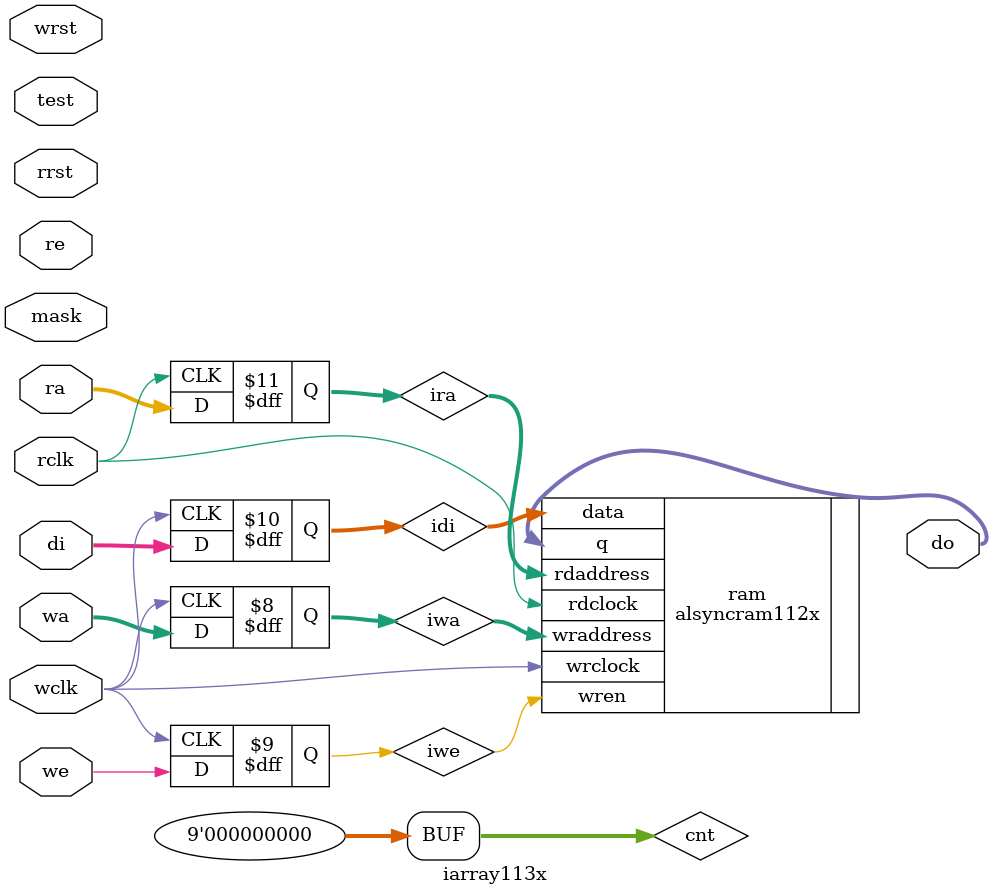
<source format=v>

(* keep_hierarchy = "yes" *) module iarray113x
    (
     wrst,
     wclk,
     wa,
     we,
     di,

     rrst,
     rclk,
     ra,
     re,
     do,
     
     test,
     mask
     );

parameter ADDRBIT = 9;
parameter DEPTH   = 512;
parameter WIDTH   = 32;
parameter TYPE = "AUTO";        //This parameter is for synthesis only (Do not remove)
parameter MAXDEPTH = 0;
parameter MEM_RESET = "OFF";
parameter NUMCLK = 1;// 1 is one clock domain, 2 is two clock domain
parameter NCLK = 2;// 2: use ram2clk, 1: use ram 1clk + pp output  

input               wrst;
input               wclk;
input [ADDRBIT-1:0] wa;     // @+wclk
input               we;     // @+wclk
input [WIDTH-1:0]   di;     // @+wclk

input               rrst;
input               rclk;
input [ADDRBIT-1:0] ra;     // @+rclk
input               re;
output [WIDTH-1:0]  do;     // @+rclk

input               test;
input               mask;

reg [ADDRBIT-1:0]   iwa = {ADDRBIT{1'b0}};    // @+wclk
reg                 iwe = 1'b0;    // @+wclk
reg [WIDTH-1:0]     idi = {WIDTH{1'b0}};    // @+wclk

reg [ADDRBIT-1:0]   ira = {ADDRBIT{1'b0}};    // @+wclk

reg [ADDRBIT-1:0]   cnt = {ADDRBIT{1'b0}};

//wrapping logics
//write port
generate
if (MEM_RESET == "ON")
    begin: on_reset
    (* KEEP = "true" *) reg array_reset_ccxxx = 1'b0;
    
always @ (posedge wclk)
    begin
    if (wrst)   array_reset_ccxxx <= 1'b1;
    else        array_reset_ccxxx <= 1'b0;
    end

always @ (posedge wclk)
    if (array_reset_ccxxx)
        begin
        cnt <= cnt + 1'b1;      
        iwa <= cnt;
        iwe <= 1'b1;
        idi <= {WIDTH{1'b0}};
        end
    else
        begin
        cnt <= {ADDRBIT{1'b0}};
        iwa <= wa;
        iwe <= we;
        idi <= di;
        end
    end
else
    begin: off_reset
always @ (posedge wclk)
        begin
        iwe <= we;
        iwa <= wa;
        idi <= di;
        end
    end
endgenerate

//read port
always @ (posedge rclk) ira <= ra;

// Memory instant
`ifdef  RTL_SIMULATION
wire [WIDTH-1:0]    ido;
reg                 ire = {1{1'b0}};
reg [WIDTH-1:0]     do = {WIDTH{1'b0}};     // @+rdclk
always @ (posedge rclk)  
    begin
    ire <= re;
    do <= ido;
    end
iramrwpx #(ADDRBIT,DEPTH,WIDTH) ram (wclk,iwa,iwe,idi,rclk,ira,ire,ido,test,mask);

`else
alsyncram112x #(ADDRBIT,DEPTH,WIDTH,TYPE, MAXDEPTH, NUMCLK) ram
    (
    .data(idi),
    .wren(iwe),
    .wraddress(iwa),
    .rdaddress(ira),
    .wrclock(wclk),
    .rdclock(rclk),
    .q(do));

`endif

endmodule

</source>
